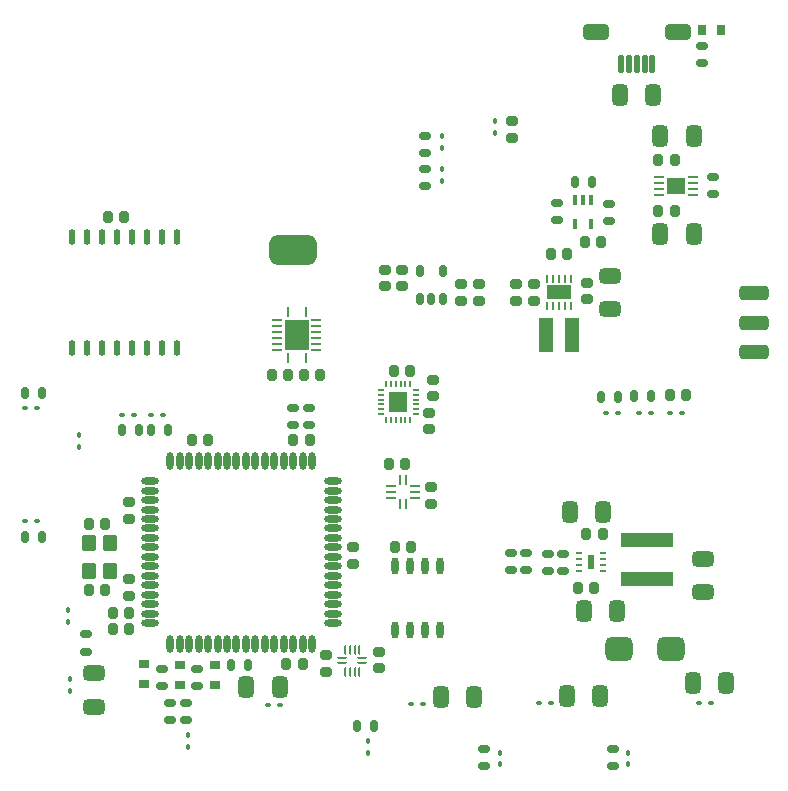
<source format=gtp>
G04*
G04 #@! TF.GenerationSoftware,Altium Limited,Altium Designer,18.1.7 (191)*
G04*
G04 Layer_Color=8421504*
%FSAX44Y44*%
%MOMM*%
G71*
G01*
G75*
G04:AMPARAMS|DCode=16|XSize=1mm|YSize=0.8mm|CornerRadius=0.2mm|HoleSize=0mm|Usage=FLASHONLY|Rotation=90.000|XOffset=0mm|YOffset=0mm|HoleType=Round|Shape=RoundedRectangle|*
%AMROUNDEDRECTD16*
21,1,1.0000,0.4000,0,0,90.0*
21,1,0.6000,0.8000,0,0,90.0*
1,1,0.4000,0.2000,0.3000*
1,1,0.4000,0.2000,-0.3000*
1,1,0.4000,-0.2000,-0.3000*
1,1,0.4000,-0.2000,0.3000*
%
%ADD16ROUNDEDRECTD16*%
G04:AMPARAMS|DCode=17|XSize=0.95mm|YSize=0.7mm|CornerRadius=0.175mm|HoleSize=0mm|Usage=FLASHONLY|Rotation=0.000|XOffset=0mm|YOffset=0mm|HoleType=Round|Shape=RoundedRectangle|*
%AMROUNDEDRECTD17*
21,1,0.9500,0.3500,0,0,0.0*
21,1,0.6000,0.7000,0,0,0.0*
1,1,0.3500,0.3000,-0.1750*
1,1,0.3500,-0.3000,-0.1750*
1,1,0.3500,-0.3000,0.1750*
1,1,0.3500,0.3000,0.1750*
%
%ADD17ROUNDEDRECTD17*%
G04:AMPARAMS|DCode=18|XSize=1.8mm|YSize=1.3mm|CornerRadius=0.325mm|HoleSize=0mm|Usage=FLASHONLY|Rotation=270.000|XOffset=0mm|YOffset=0mm|HoleType=Round|Shape=RoundedRectangle|*
%AMROUNDEDRECTD18*
21,1,1.8000,0.6500,0,0,270.0*
21,1,1.1500,1.3000,0,0,270.0*
1,1,0.6500,-0.3250,-0.5750*
1,1,0.6500,-0.3250,0.5750*
1,1,0.6500,0.3250,0.5750*
1,1,0.6500,0.3250,-0.5750*
%
%ADD18ROUNDEDRECTD18*%
G04:AMPARAMS|DCode=19|XSize=1.8mm|YSize=1.3mm|CornerRadius=0.325mm|HoleSize=0mm|Usage=FLASHONLY|Rotation=180.000|XOffset=0mm|YOffset=0mm|HoleType=Round|Shape=RoundedRectangle|*
%AMROUNDEDRECTD19*
21,1,1.8000,0.6500,0,0,180.0*
21,1,1.1500,1.3000,0,0,180.0*
1,1,0.6500,-0.5750,0.3250*
1,1,0.6500,0.5750,0.3250*
1,1,0.6500,0.5750,-0.3250*
1,1,0.6500,-0.5750,-0.3250*
%
%ADD19ROUNDEDRECTD19*%
G04:AMPARAMS|DCode=20|XSize=0.3mm|YSize=0.5mm|CornerRadius=0.075mm|HoleSize=0mm|Usage=FLASHONLY|Rotation=0.000|XOffset=0mm|YOffset=0mm|HoleType=Round|Shape=RoundedRectangle|*
%AMROUNDEDRECTD20*
21,1,0.3000,0.3500,0,0,0.0*
21,1,0.1500,0.5000,0,0,0.0*
1,1,0.1500,0.0750,-0.1750*
1,1,0.1500,-0.0750,-0.1750*
1,1,0.1500,-0.0750,0.1750*
1,1,0.1500,0.0750,0.1750*
%
%ADD20ROUNDEDRECTD20*%
G04:AMPARAMS|DCode=21|XSize=0.95mm|YSize=0.7mm|CornerRadius=0.175mm|HoleSize=0mm|Usage=FLASHONLY|Rotation=270.000|XOffset=0mm|YOffset=0mm|HoleType=Round|Shape=RoundedRectangle|*
%AMROUNDEDRECTD21*
21,1,0.9500,0.3500,0,0,270.0*
21,1,0.6000,0.7000,0,0,270.0*
1,1,0.3500,-0.1750,-0.3000*
1,1,0.3500,-0.1750,0.3000*
1,1,0.3500,0.1750,0.3000*
1,1,0.3500,0.1750,-0.3000*
%
%ADD21ROUNDEDRECTD21*%
G04:AMPARAMS|DCode=22|XSize=1.2mm|YSize=2.5mm|CornerRadius=0.3mm|HoleSize=0mm|Usage=FLASHONLY|Rotation=90.000|XOffset=0mm|YOffset=0mm|HoleType=Round|Shape=RoundedRectangle|*
%AMROUNDEDRECTD22*
21,1,1.2000,1.9000,0,0,90.0*
21,1,0.6000,2.5000,0,0,90.0*
1,1,0.6000,0.9500,0.3000*
1,1,0.6000,0.9500,-0.3000*
1,1,0.6000,-0.9500,-0.3000*
1,1,0.6000,-0.9500,0.3000*
%
%ADD22ROUNDEDRECTD22*%
%ADD23O,0.2500X0.8500*%
%ADD24O,0.8500X0.2500*%
%ADD25O,0.6000X1.4500*%
G04:AMPARAMS|DCode=26|XSize=2.05mm|YSize=2.3mm|CornerRadius=0.5125mm|HoleSize=0mm|Usage=FLASHONLY|Rotation=90.000|XOffset=0mm|YOffset=0mm|HoleType=Round|Shape=RoundedRectangle|*
%AMROUNDEDRECTD26*
21,1,2.0500,1.2750,0,0,90.0*
21,1,1.0250,2.3000,0,0,90.0*
1,1,1.0250,0.6375,0.5125*
1,1,1.0250,0.6375,-0.5125*
1,1,1.0250,-0.6375,-0.5125*
1,1,1.0250,-0.6375,0.5125*
%
%ADD26ROUNDEDRECTD26*%
G04:AMPARAMS|DCode=27|XSize=0.2mm|YSize=0.775mm|CornerRadius=0.05mm|HoleSize=0mm|Usage=FLASHONLY|Rotation=180.000|XOffset=0mm|YOffset=0mm|HoleType=Round|Shape=RoundedRectangle|*
%AMROUNDEDRECTD27*
21,1,0.2000,0.6750,0,0,180.0*
21,1,0.1000,0.7750,0,0,180.0*
1,1,0.1000,-0.0500,0.3375*
1,1,0.1000,0.0500,0.3375*
1,1,0.1000,0.0500,-0.3375*
1,1,0.1000,-0.0500,-0.3375*
%
%ADD27ROUNDEDRECTD27*%
G04:AMPARAMS|DCode=28|XSize=0.2mm|YSize=0.85mm|CornerRadius=0.05mm|HoleSize=0mm|Usage=FLASHONLY|Rotation=270.000|XOffset=0mm|YOffset=0mm|HoleType=Round|Shape=RoundedRectangle|*
%AMROUNDEDRECTD28*
21,1,0.2000,0.7500,0,0,270.0*
21,1,0.1000,0.8500,0,0,270.0*
1,1,0.1000,-0.3750,-0.0500*
1,1,0.1000,-0.3750,0.0500*
1,1,0.1000,0.3750,0.0500*
1,1,0.1000,0.3750,-0.0500*
%
%ADD28ROUNDEDRECTD28*%
%ADD29R,4.4000X1.2000*%
%ADD30R,0.2500X0.7000*%
%ADD31R,2.0000X1.1800*%
G04:AMPARAMS|DCode=32|XSize=0.4mm|YSize=0.9mm|CornerRadius=0.1mm|HoleSize=0mm|Usage=FLASHONLY|Rotation=0.000|XOffset=0mm|YOffset=0mm|HoleType=Round|Shape=RoundedRectangle|*
%AMROUNDEDRECTD32*
21,1,0.4000,0.7000,0,0,0.0*
21,1,0.2000,0.9000,0,0,0.0*
1,1,0.2000,0.1000,-0.3500*
1,1,0.2000,-0.1000,-0.3500*
1,1,0.2000,-0.1000,0.3500*
1,1,0.2000,0.1000,0.3500*
%
%ADD32ROUNDEDRECTD32*%
G04:AMPARAMS|DCode=33|XSize=1mm|YSize=0.8mm|CornerRadius=0.2mm|HoleSize=0mm|Usage=FLASHONLY|Rotation=0.000|XOffset=0mm|YOffset=0mm|HoleType=Round|Shape=RoundedRectangle|*
%AMROUNDEDRECTD33*
21,1,1.0000,0.4000,0,0,0.0*
21,1,0.6000,0.8000,0,0,0.0*
1,1,0.4000,0.3000,-0.2000*
1,1,0.4000,-0.3000,-0.2000*
1,1,0.4000,-0.3000,0.2000*
1,1,0.4000,0.3000,0.2000*
%
%ADD33ROUNDEDRECTD33*%
G04:AMPARAMS|DCode=34|XSize=0.45mm|YSize=1.5mm|CornerRadius=0.1125mm|HoleSize=0mm|Usage=FLASHONLY|Rotation=0.000|XOffset=0mm|YOffset=0mm|HoleType=Round|Shape=RoundedRectangle|*
%AMROUNDEDRECTD34*
21,1,0.4500,1.2750,0,0,0.0*
21,1,0.2250,1.5000,0,0,0.0*
1,1,0.2250,0.1125,-0.6375*
1,1,0.2250,-0.1125,-0.6375*
1,1,0.2250,-0.1125,0.6375*
1,1,0.2250,0.1125,0.6375*
%
%ADD34ROUNDEDRECTD34*%
G04:AMPARAMS|DCode=35|XSize=2.2mm|YSize=1.3mm|CornerRadius=0.325mm|HoleSize=0mm|Usage=FLASHONLY|Rotation=0.000|XOffset=0mm|YOffset=0mm|HoleType=Round|Shape=RoundedRectangle|*
%AMROUNDEDRECTD35*
21,1,2.2000,0.6500,0,0,0.0*
21,1,1.5500,1.3000,0,0,0.0*
1,1,0.6500,0.7750,-0.3250*
1,1,0.6500,-0.7750,-0.3250*
1,1,0.6500,-0.7750,0.3250*
1,1,0.6500,0.7750,0.3250*
%
%ADD35ROUNDEDRECTD35*%
%ADD36R,0.8000X0.9500*%
%ADD37R,1.5800X1.4300*%
G04:AMPARAMS|DCode=38|XSize=0.3mm|YSize=0.5mm|CornerRadius=0.075mm|HoleSize=0mm|Usage=FLASHONLY|Rotation=90.000|XOffset=0mm|YOffset=0mm|HoleType=Round|Shape=RoundedRectangle|*
%AMROUNDEDRECTD38*
21,1,0.3000,0.3500,0,0,90.0*
21,1,0.1500,0.5000,0,0,90.0*
1,1,0.1500,0.1750,0.0750*
1,1,0.1500,0.1750,-0.0750*
1,1,0.1500,-0.1750,-0.0750*
1,1,0.1500,-0.1750,0.0750*
%
%ADD38ROUNDEDRECTD38*%
%ADD39O,0.6500X0.2500*%
%ADD40R,0.6000X1.2000*%
%ADD41O,0.5500X1.3500*%
G04:AMPARAMS|DCode=42|XSize=4mm|YSize=2.5mm|CornerRadius=0.625mm|HoleSize=0mm|Usage=FLASHONLY|Rotation=0.000|XOffset=0mm|YOffset=0mm|HoleType=Round|Shape=RoundedRectangle|*
%AMROUNDEDRECTD42*
21,1,4.0000,1.2500,0,0,0.0*
21,1,2.7500,2.5000,0,0,0.0*
1,1,1.2500,1.3750,-0.6250*
1,1,1.2500,-1.3750,-0.6250*
1,1,1.2500,-1.3750,0.6250*
1,1,1.2500,1.3750,0.6250*
%
%ADD42ROUNDEDRECTD42*%
%ADD43R,2.0500X2.5500*%
%ADD44O,0.2500X0.9000*%
%ADD45O,0.9000X0.2500*%
%ADD46R,1.1900X2.9900*%
%ADD47O,0.2000X0.6000*%
%ADD48O,0.6000X0.2000*%
%ADD49R,1.5400X1.7000*%
%ADD50O,1.5000X0.6000*%
%ADD51O,0.6000X1.5000*%
G04:AMPARAMS|DCode=52|XSize=1.4mm|YSize=1.15mm|CornerRadius=0.1725mm|HoleSize=0mm|Usage=FLASHONLY|Rotation=270.000|XOffset=0mm|YOffset=0mm|HoleType=Round|Shape=RoundedRectangle|*
%AMROUNDEDRECTD52*
21,1,1.4000,0.8050,0,0,270.0*
21,1,1.0550,1.1500,0,0,270.0*
1,1,0.3450,-0.4025,-0.5275*
1,1,0.3450,-0.4025,0.5275*
1,1,0.3450,0.4025,0.5275*
1,1,0.3450,0.4025,-0.5275*
%
%ADD52ROUNDEDRECTD52*%
%ADD53R,0.9500X0.8000*%
G04:AMPARAMS|DCode=54|XSize=0.6mm|YSize=1mm|CornerRadius=0.15mm|HoleSize=0mm|Usage=FLASHONLY|Rotation=180.000|XOffset=0mm|YOffset=0mm|HoleType=Round|Shape=RoundedRectangle|*
%AMROUNDEDRECTD54*
21,1,0.6000,0.7000,0,0,180.0*
21,1,0.3000,1.0000,0,0,180.0*
1,1,0.3000,-0.1500,0.3500*
1,1,0.3000,0.1500,0.3500*
1,1,0.3000,0.1500,-0.3500*
1,1,0.3000,-0.1500,-0.3500*
%
%ADD54ROUNDEDRECTD54*%
D16*
X00508000Y00460500D02*
D03*
X00522000D02*
D03*
X00108250Y00132500D02*
D03*
X00122250D02*
D03*
X00493000Y00450500D02*
D03*
X00479000D02*
D03*
X00347000Y00202000D02*
D03*
X00361000D02*
D03*
X00584000Y00530000D02*
D03*
X00570000D02*
D03*
X00584000Y00487000D02*
D03*
X00570000D02*
D03*
X00523200Y00212951D02*
D03*
X00509200D02*
D03*
X00580000Y00331000D02*
D03*
X00594000D02*
D03*
X00360000Y00351000D02*
D03*
X00346000D02*
D03*
X00284000Y00348000D02*
D03*
X00270000D02*
D03*
X00243000D02*
D03*
X00257000D02*
D03*
X00104000Y00482000D02*
D03*
X00118000D02*
D03*
X00269000Y00103000D02*
D03*
X00255000D02*
D03*
X00356000Y00273000D02*
D03*
X00342000D02*
D03*
X00261000Y00293000D02*
D03*
X00275000D02*
D03*
X00175000D02*
D03*
X00189000D02*
D03*
X00088000Y00222000D02*
D03*
X00102000D02*
D03*
X00102000Y00166000D02*
D03*
X00088000D02*
D03*
X00502000Y00168000D02*
D03*
X00516000D02*
D03*
X00122250Y00146750D02*
D03*
X00108250D02*
D03*
D17*
X00156500Y00070000D02*
D03*
Y00055500D02*
D03*
X00484000Y00493500D02*
D03*
Y00479000D02*
D03*
X00528750Y00478250D02*
D03*
Y00492750D02*
D03*
X00489250Y00182000D02*
D03*
Y00196500D02*
D03*
X00476500D02*
D03*
Y00182000D02*
D03*
X00532000Y00031250D02*
D03*
Y00016750D02*
D03*
X00423000Y00031250D02*
D03*
Y00016750D02*
D03*
X00085750Y00113750D02*
D03*
Y00128250D02*
D03*
X00607000Y00611750D02*
D03*
Y00626250D02*
D03*
X00616750Y00516000D02*
D03*
Y00501500D02*
D03*
X00445250Y00197250D02*
D03*
Y00182750D02*
D03*
X00457750D02*
D03*
Y00197250D02*
D03*
X00170000Y00055500D02*
D03*
Y00070000D02*
D03*
X00372718Y00508000D02*
D03*
Y00522500D02*
D03*
X00373000Y00535750D02*
D03*
Y00550250D02*
D03*
X00261000Y00305750D02*
D03*
Y00320250D02*
D03*
X00274000Y00305750D02*
D03*
Y00320250D02*
D03*
X00180000Y00099250D02*
D03*
Y00084750D02*
D03*
X00150000Y00099250D02*
D03*
Y00084750D02*
D03*
D18*
X00386000Y00075000D02*
D03*
X00414000D02*
D03*
X00572000Y00550000D02*
D03*
X00600000D02*
D03*
X00572000Y00467000D02*
D03*
X00600000D02*
D03*
X00520750Y00076000D02*
D03*
X00492750D02*
D03*
X00627500Y00087250D02*
D03*
X00599500D02*
D03*
X00495200Y00232241D02*
D03*
X00523200D02*
D03*
X00538000Y00585000D02*
D03*
X00566000D02*
D03*
X00221500Y00084000D02*
D03*
X00249500D02*
D03*
X00535295Y00148436D02*
D03*
X00507295D02*
D03*
D19*
X00092000Y00095250D02*
D03*
Y00067250D02*
D03*
X00529000Y00404000D02*
D03*
Y00432000D02*
D03*
X00608000Y00164500D02*
D03*
Y00192500D02*
D03*
D20*
X00432000Y00553000D02*
D03*
Y00563000D02*
D03*
X00171750Y00043000D02*
D03*
Y00033000D02*
D03*
X00324750Y00027750D02*
D03*
Y00037750D02*
D03*
X00436500Y00028250D02*
D03*
Y00018250D02*
D03*
X00544750Y00028250D02*
D03*
Y00018250D02*
D03*
X00387000Y00512000D02*
D03*
Y00522000D02*
D03*
Y00540000D02*
D03*
Y00550000D02*
D03*
X00080000Y00287000D02*
D03*
Y00297000D02*
D03*
X00071750Y00080750D02*
D03*
Y00090750D02*
D03*
X00070000Y00149000D02*
D03*
Y00139000D02*
D03*
D21*
X00513750Y00511000D02*
D03*
X00499250D02*
D03*
X00329250Y00050750D02*
D03*
X00314750D02*
D03*
X00549750Y00330000D02*
D03*
X00564250D02*
D03*
X00521750Y00329000D02*
D03*
X00536250D02*
D03*
X00140750Y00301000D02*
D03*
X00155250D02*
D03*
X00130250D02*
D03*
X00115750D02*
D03*
X00048250Y00333000D02*
D03*
X00033750D02*
D03*
X00048500Y00211000D02*
D03*
X00034000D02*
D03*
X00208500Y00102500D02*
D03*
X00223000D02*
D03*
D22*
X00651000Y00367000D02*
D03*
Y00392000D02*
D03*
Y00417000D02*
D03*
D23*
X00356500Y00259250D02*
D03*
X00351500D02*
D03*
Y00238750D02*
D03*
X00356500D02*
D03*
D24*
X00343750Y00254000D02*
D03*
Y00249000D02*
D03*
Y00244000D02*
D03*
X00364250D02*
D03*
Y00249000D02*
D03*
Y00254000D02*
D03*
X00599400Y00500500D02*
D03*
Y00505500D02*
D03*
Y00510500D02*
D03*
Y00515500D02*
D03*
X00570600Y00500500D02*
D03*
Y00505500D02*
D03*
Y00510500D02*
D03*
Y00515500D02*
D03*
D25*
X00346950Y00131750D02*
D03*
X00359650D02*
D03*
X00372350D02*
D03*
X00385050D02*
D03*
X00346950Y00186250D02*
D03*
X00359650D02*
D03*
X00372350D02*
D03*
X00385050D02*
D03*
D26*
X00537000Y00116000D02*
D03*
X00581000D02*
D03*
D27*
X00317000Y00096625D02*
D03*
X00313000D02*
D03*
X00309000D02*
D03*
X00305000D02*
D03*
Y00115375D02*
D03*
X00309000D02*
D03*
X00313000D02*
D03*
X00317000D02*
D03*
D28*
X00302500Y00104000D02*
D03*
Y00108000D02*
D03*
X00319500D02*
D03*
Y00104000D02*
D03*
D29*
X00561000Y00208000D02*
D03*
Y00175000D02*
D03*
D30*
X00476000Y00406600D02*
D03*
X00481000D02*
D03*
X00486000D02*
D03*
X00491000D02*
D03*
X00496000D02*
D03*
X00476000Y00429400D02*
D03*
X00481000D02*
D03*
X00486000D02*
D03*
X00491000D02*
D03*
X00496000D02*
D03*
D31*
X00486000Y00418000D02*
D03*
D32*
X00513000Y00496000D02*
D03*
X00506500D02*
D03*
X00500000D02*
D03*
Y00475500D02*
D03*
X00513000D02*
D03*
D33*
X00510000Y00426000D02*
D03*
Y00412000D02*
D03*
X00446000Y00549000D02*
D03*
Y00563000D02*
D03*
X00312000Y00202000D02*
D03*
Y00188000D02*
D03*
X00465000Y00411000D02*
D03*
Y00425000D02*
D03*
X00450000Y00411000D02*
D03*
Y00425000D02*
D03*
X00289000Y00096750D02*
D03*
Y00110750D02*
D03*
X00334000Y00113750D02*
D03*
Y00099750D02*
D03*
X00378000Y00253000D02*
D03*
Y00239000D02*
D03*
X00122000Y00226000D02*
D03*
Y00240000D02*
D03*
X00122000Y00161000D02*
D03*
Y00175000D02*
D03*
X00403000Y00411000D02*
D03*
Y00425000D02*
D03*
X00418000Y00411000D02*
D03*
Y00425000D02*
D03*
X00353000Y00437000D02*
D03*
Y00423000D02*
D03*
X00339000Y00437000D02*
D03*
Y00423000D02*
D03*
X00376000Y00316000D02*
D03*
Y00302000D02*
D03*
X00379000Y00330000D02*
D03*
Y00344000D02*
D03*
D34*
X00565000Y00611000D02*
D03*
X00558500D02*
D03*
X00552000D02*
D03*
X00545500D02*
D03*
X00539000D02*
D03*
D35*
X00587000Y00638500D02*
D03*
X00517000D02*
D03*
D36*
X00607150Y00640000D02*
D03*
X00623650D02*
D03*
D37*
X00585000Y00508000D02*
D03*
D38*
X00580000Y00316000D02*
D03*
X00590000D02*
D03*
X00249500Y00068500D02*
D03*
X00239500D02*
D03*
X00361000Y00069000D02*
D03*
X00371000D02*
D03*
X00469000Y00070000D02*
D03*
X00479000D02*
D03*
X00615000D02*
D03*
X00605000D02*
D03*
X00554000Y00316000D02*
D03*
X00564000D02*
D03*
X00526000D02*
D03*
X00536000D02*
D03*
X00141000Y00314000D02*
D03*
X00151000D02*
D03*
X00126000D02*
D03*
X00116000D02*
D03*
X00044000Y00320000D02*
D03*
X00034000D02*
D03*
X00044000Y00224000D02*
D03*
X00034000D02*
D03*
D39*
X00523545Y00181887D02*
D03*
Y00186887D02*
D03*
Y00191887D02*
D03*
Y00196887D02*
D03*
X00503045D02*
D03*
Y00191887D02*
D03*
Y00186887D02*
D03*
Y00181887D02*
D03*
D40*
X00513295Y00189387D02*
D03*
D41*
X00162450Y00465000D02*
D03*
X00149750D02*
D03*
X00137050D02*
D03*
X00124350D02*
D03*
X00111650D02*
D03*
X00098950D02*
D03*
X00086250D02*
D03*
X00073550D02*
D03*
X00162450Y00371000D02*
D03*
X00149750D02*
D03*
X00137050D02*
D03*
X00124350D02*
D03*
X00111650D02*
D03*
X00098950D02*
D03*
X00086250D02*
D03*
X00073550D02*
D03*
D42*
X00260500Y00453865D02*
D03*
D43*
X00264000Y00382000D02*
D03*
D44*
X00271500Y00362750D02*
D03*
X00256500D02*
D03*
Y00401250D02*
D03*
X00271500D02*
D03*
D45*
X00247250Y00369500D02*
D03*
Y00374500D02*
D03*
Y00379500D02*
D03*
Y00384500D02*
D03*
Y00389500D02*
D03*
Y00394500D02*
D03*
X00280750D02*
D03*
Y00389500D02*
D03*
Y00384500D02*
D03*
Y00379500D02*
D03*
Y00374500D02*
D03*
Y00369500D02*
D03*
D46*
X00497200Y00382000D02*
D03*
X00475000D02*
D03*
D47*
X00340000Y00310000D02*
D03*
X00344000D02*
D03*
X00348000D02*
D03*
X00352000D02*
D03*
X00356000D02*
D03*
X00360000D02*
D03*
Y00340000D02*
D03*
X00356000D02*
D03*
X00352000D02*
D03*
X00348000D02*
D03*
X00344000D02*
D03*
X00340000D02*
D03*
D48*
X00365000Y00315000D02*
D03*
Y00319000D02*
D03*
Y00323000D02*
D03*
Y00327000D02*
D03*
Y00331000D02*
D03*
Y00335000D02*
D03*
X00335000D02*
D03*
Y00331000D02*
D03*
Y00327000D02*
D03*
Y00323000D02*
D03*
Y00319000D02*
D03*
Y00315000D02*
D03*
D49*
X00350000Y00325000D02*
D03*
D50*
X00139500Y00138000D02*
D03*
Y00146000D02*
D03*
Y00154000D02*
D03*
Y00162000D02*
D03*
Y00170000D02*
D03*
Y00178000D02*
D03*
Y00186000D02*
D03*
Y00194000D02*
D03*
Y00202000D02*
D03*
Y00210000D02*
D03*
Y00218000D02*
D03*
Y00226000D02*
D03*
Y00234000D02*
D03*
Y00242000D02*
D03*
Y00250000D02*
D03*
Y00258000D02*
D03*
X00294500D02*
D03*
Y00250000D02*
D03*
Y00242000D02*
D03*
Y00234000D02*
D03*
Y00226000D02*
D03*
Y00218000D02*
D03*
Y00210000D02*
D03*
Y00202000D02*
D03*
Y00194000D02*
D03*
Y00186000D02*
D03*
Y00178000D02*
D03*
Y00170000D02*
D03*
Y00162000D02*
D03*
Y00154000D02*
D03*
Y00146000D02*
D03*
Y00138000D02*
D03*
D51*
X00157000Y00275500D02*
D03*
X00165000D02*
D03*
X00173000D02*
D03*
X00181000D02*
D03*
X00189000D02*
D03*
X00197000D02*
D03*
X00205000D02*
D03*
X00213000D02*
D03*
X00221000D02*
D03*
X00229000D02*
D03*
X00237000D02*
D03*
X00245000D02*
D03*
X00253000D02*
D03*
X00261000D02*
D03*
X00269000D02*
D03*
X00277000D02*
D03*
Y00120500D02*
D03*
X00269000D02*
D03*
X00261000D02*
D03*
X00253000D02*
D03*
X00245000D02*
D03*
X00237000D02*
D03*
X00229000D02*
D03*
X00221000D02*
D03*
X00213000D02*
D03*
X00205000D02*
D03*
X00197000D02*
D03*
X00189000D02*
D03*
X00181000D02*
D03*
X00173000D02*
D03*
X00165000D02*
D03*
X00157000D02*
D03*
D52*
X00106000Y00206000D02*
D03*
Y00182000D02*
D03*
X00088000D02*
D03*
Y00206000D02*
D03*
D53*
X00195000Y00085750D02*
D03*
Y00102250D02*
D03*
X00165000Y00085750D02*
D03*
Y00102250D02*
D03*
X00135000Y00086500D02*
D03*
Y00103000D02*
D03*
D54*
X00368500Y00436000D02*
D03*
X00387500D02*
D03*
Y00412000D02*
D03*
X00378000D02*
D03*
X00368500D02*
D03*
M02*

</source>
